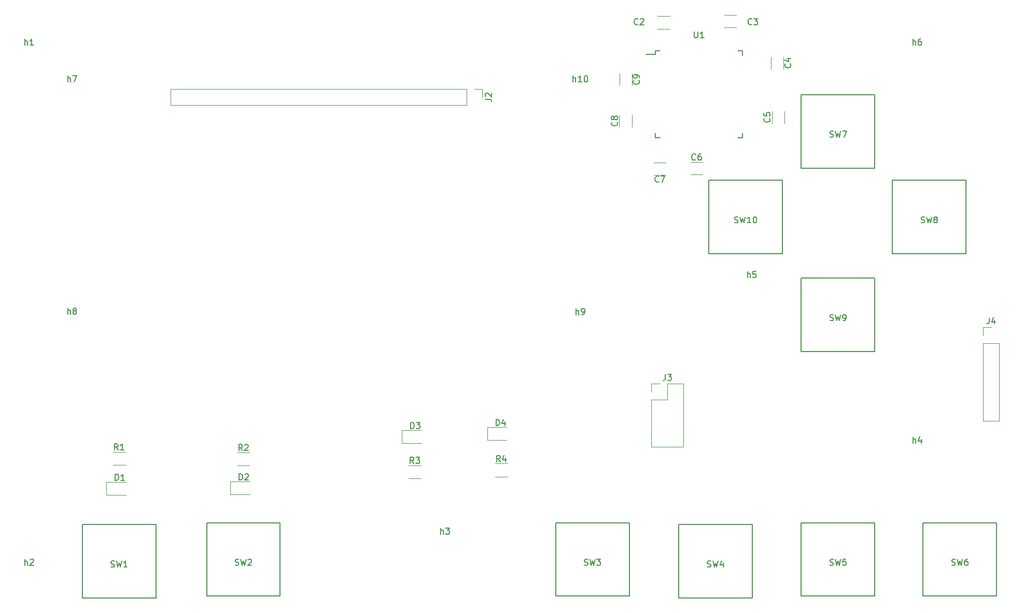
<source format=gto>
G04 #@! TF.GenerationSoftware,KiCad,Pcbnew,5.0.0-fee4fd1~66~ubuntu18.04.1*
G04 #@! TF.CreationDate,2018-09-21T09:17:30-04:00*
G04 #@! TF.ProjectId,FrontPanel,46726F6E7450616E656C2E6B69636164,rev?*
G04 #@! TF.SameCoordinates,Original*
G04 #@! TF.FileFunction,Legend,Top*
G04 #@! TF.FilePolarity,Positive*
%FSLAX46Y46*%
G04 Gerber Fmt 4.6, Leading zero omitted, Abs format (unit mm)*
G04 Created by KiCad (PCBNEW 5.0.0-fee4fd1~66~ubuntu18.04.1) date Fri Sep 21 09:17:30 2018*
%MOMM*%
%LPD*%
G01*
G04 APERTURE LIST*
%ADD10C,0.120000*%
%ADD11C,0.150000*%
G04 APERTURE END LIST*
D10*
G04 #@! TO.C,C2*
X174700000Y-43080000D02*
X172700000Y-43080000D01*
X172700000Y-45120000D02*
X174700000Y-45120000D01*
G04 #@! TO.C,C3*
X185600000Y-42880000D02*
X183600000Y-42880000D01*
X183600000Y-44920000D02*
X185600000Y-44920000D01*
G04 #@! TO.C,C4*
X193320000Y-51700000D02*
X193320000Y-49700000D01*
X191280000Y-49700000D02*
X191280000Y-51700000D01*
G04 #@! TO.C,C5*
X191380000Y-58600000D02*
X191380000Y-60600000D01*
X193420000Y-60600000D02*
X193420000Y-58600000D01*
G04 #@! TO.C,C6*
X180100000Y-66880000D02*
X178100000Y-66880000D01*
X178100000Y-68920000D02*
X180100000Y-68920000D01*
G04 #@! TO.C,C7*
X172100000Y-69020000D02*
X174100000Y-69020000D01*
X174100000Y-66980000D02*
X172100000Y-66980000D01*
G04 #@! TO.C,C8*
X166480000Y-59200000D02*
X166480000Y-61200000D01*
X168520000Y-61200000D02*
X168520000Y-59200000D01*
G04 #@! TO.C,C9*
X168570000Y-54400000D02*
X168570000Y-52400000D01*
X166530000Y-52400000D02*
X166530000Y-54400000D01*
G04 #@! TO.C,D1*
X82700000Y-119240000D02*
X82700000Y-121360000D01*
X85900000Y-119240000D02*
X82700000Y-119240000D01*
X82700000Y-121360000D02*
X85900000Y-121360000D01*
G04 #@! TO.C,D2*
X102950000Y-119190000D02*
X102950000Y-121310000D01*
X106150000Y-119190000D02*
X102950000Y-119190000D01*
X102950000Y-121310000D02*
X106150000Y-121310000D01*
G04 #@! TO.C,D3*
X130950000Y-110790000D02*
X130950000Y-112910000D01*
X134150000Y-110790000D02*
X130950000Y-110790000D01*
X130950000Y-112910000D02*
X134150000Y-112910000D01*
G04 #@! TO.C,D4*
X144900000Y-110290000D02*
X144900000Y-112410000D01*
X148100000Y-110290000D02*
X144900000Y-110290000D01*
X144900000Y-112410000D02*
X148100000Y-112410000D01*
G04 #@! TO.C,J2*
X93210000Y-54970000D02*
X93210000Y-57630000D01*
X141530000Y-54970000D02*
X93210000Y-54970000D01*
X141530000Y-57630000D02*
X93210000Y-57630000D01*
X141530000Y-54970000D02*
X141530000Y-57630000D01*
X142800000Y-54970000D02*
X144130000Y-54970000D01*
X144130000Y-54970000D02*
X144130000Y-56300000D01*
G04 #@! TO.C,R1*
X85800000Y-116470000D02*
X83800000Y-116470000D01*
X83800000Y-114330000D02*
X85800000Y-114330000D01*
G04 #@! TO.C,R2*
X106100000Y-116570000D02*
X104100000Y-116570000D01*
X104100000Y-114430000D02*
X106100000Y-114430000D01*
G04 #@! TO.C,R3*
X134100000Y-118670000D02*
X132100000Y-118670000D01*
X132100000Y-116530000D02*
X134100000Y-116530000D01*
G04 #@! TO.C,R4*
X148200000Y-118370000D02*
X146200000Y-118370000D01*
X146200000Y-116230000D02*
X148200000Y-116230000D01*
D11*
G04 #@! TO.C,SW1*
X78800000Y-126200000D02*
X90800000Y-126200000D01*
X90800000Y-126200000D02*
X90800000Y-138200000D01*
X90800000Y-138200000D02*
X78800000Y-138200000D01*
X78800000Y-138200000D02*
X78800000Y-126200000D01*
G04 #@! TO.C,SW2*
X99100000Y-125900000D02*
X111100000Y-125900000D01*
X111100000Y-125900000D02*
X111100000Y-137900000D01*
X111100000Y-137900000D02*
X99100000Y-137900000D01*
X99100000Y-137900000D02*
X99100000Y-125900000D01*
G04 #@! TO.C,SW3*
X156100000Y-125900000D02*
X168100000Y-125900000D01*
X168100000Y-125900000D02*
X168100000Y-137900000D01*
X168100000Y-137900000D02*
X156100000Y-137900000D01*
X156100000Y-137900000D02*
X156100000Y-125900000D01*
G04 #@! TO.C,SW4*
X176200000Y-126200000D02*
X188200000Y-126200000D01*
X188200000Y-126200000D02*
X188200000Y-138200000D01*
X188200000Y-138200000D02*
X176200000Y-138200000D01*
X176200000Y-138200000D02*
X176200000Y-126200000D01*
G04 #@! TO.C,SW5*
X196200000Y-125900000D02*
X208200000Y-125900000D01*
X208200000Y-125900000D02*
X208200000Y-137900000D01*
X208200000Y-137900000D02*
X196200000Y-137900000D01*
X196200000Y-137900000D02*
X196200000Y-125900000D01*
G04 #@! TO.C,SW6*
X216100000Y-125900000D02*
X228100000Y-125900000D01*
X228100000Y-125900000D02*
X228100000Y-137900000D01*
X228100000Y-137900000D02*
X216100000Y-137900000D01*
X216100000Y-137900000D02*
X216100000Y-125900000D01*
G04 #@! TO.C,SW7*
X196200000Y-55900000D02*
X208200000Y-55900000D01*
X208200000Y-55900000D02*
X208200000Y-67900000D01*
X208200000Y-67900000D02*
X196200000Y-67900000D01*
X196200000Y-67900000D02*
X196200000Y-55900000D01*
G04 #@! TO.C,SW8*
X211100000Y-69900000D02*
X223100000Y-69900000D01*
X223100000Y-69900000D02*
X223100000Y-81900000D01*
X223100000Y-81900000D02*
X211100000Y-81900000D01*
X211100000Y-81900000D02*
X211100000Y-69900000D01*
G04 #@! TO.C,SW9*
X196200000Y-85900000D02*
X208200000Y-85900000D01*
X208200000Y-85900000D02*
X208200000Y-97900000D01*
X208200000Y-97900000D02*
X196200000Y-97900000D01*
X196200000Y-97900000D02*
X196200000Y-85900000D01*
G04 #@! TO.C,SW10*
X181100000Y-69900000D02*
X193100000Y-69900000D01*
X193100000Y-69900000D02*
X193100000Y-81900000D01*
X193100000Y-81900000D02*
X181100000Y-81900000D01*
X181100000Y-81900000D02*
X181100000Y-69900000D01*
G04 #@! TO.C,U1*
X172375000Y-48675000D02*
X172375000Y-49325000D01*
X186625000Y-48675000D02*
X186625000Y-49435000D01*
X186625000Y-62925000D02*
X186625000Y-62165000D01*
X172375000Y-62925000D02*
X172375000Y-62165000D01*
X172375000Y-48675000D02*
X173135000Y-48675000D01*
X172375000Y-62925000D02*
X173135000Y-62925000D01*
X186625000Y-62925000D02*
X185865000Y-62925000D01*
X186625000Y-48675000D02*
X185865000Y-48675000D01*
X172375000Y-49325000D02*
X170850000Y-49325000D01*
D10*
G04 #@! TO.C,J4*
X225870000Y-109280000D02*
X228530000Y-109280000D01*
X225870000Y-96520000D02*
X225870000Y-109280000D01*
X228530000Y-96520000D02*
X228530000Y-109280000D01*
X225870000Y-96520000D02*
X228530000Y-96520000D01*
X225870000Y-95250000D02*
X225870000Y-93920000D01*
X225870000Y-93920000D02*
X227200000Y-93920000D01*
G04 #@! TO.C,J3*
X171720000Y-113450000D02*
X176920000Y-113450000D01*
X171720000Y-105770000D02*
X171720000Y-113450000D01*
X176920000Y-103170000D02*
X176920000Y-113450000D01*
X171720000Y-105770000D02*
X174320000Y-105770000D01*
X174320000Y-105770000D02*
X174320000Y-103170000D01*
X174320000Y-103170000D02*
X176920000Y-103170000D01*
X171720000Y-104500000D02*
X171720000Y-103170000D01*
X171720000Y-103170000D02*
X173050000Y-103170000D01*
G04 #@! TO.C,C2*
D11*
X169533333Y-44357142D02*
X169485714Y-44404761D01*
X169342857Y-44452380D01*
X169247619Y-44452380D01*
X169104761Y-44404761D01*
X169009523Y-44309523D01*
X168961904Y-44214285D01*
X168914285Y-44023809D01*
X168914285Y-43880952D01*
X168961904Y-43690476D01*
X169009523Y-43595238D01*
X169104761Y-43500000D01*
X169247619Y-43452380D01*
X169342857Y-43452380D01*
X169485714Y-43500000D01*
X169533333Y-43547619D01*
X169914285Y-43547619D02*
X169961904Y-43500000D01*
X170057142Y-43452380D01*
X170295238Y-43452380D01*
X170390476Y-43500000D01*
X170438095Y-43547619D01*
X170485714Y-43642857D01*
X170485714Y-43738095D01*
X170438095Y-43880952D01*
X169866666Y-44452380D01*
X170485714Y-44452380D01*
G04 #@! TO.C,C3*
X188133333Y-44357142D02*
X188085714Y-44404761D01*
X187942857Y-44452380D01*
X187847619Y-44452380D01*
X187704761Y-44404761D01*
X187609523Y-44309523D01*
X187561904Y-44214285D01*
X187514285Y-44023809D01*
X187514285Y-43880952D01*
X187561904Y-43690476D01*
X187609523Y-43595238D01*
X187704761Y-43500000D01*
X187847619Y-43452380D01*
X187942857Y-43452380D01*
X188085714Y-43500000D01*
X188133333Y-43547619D01*
X188466666Y-43452380D02*
X189085714Y-43452380D01*
X188752380Y-43833333D01*
X188895238Y-43833333D01*
X188990476Y-43880952D01*
X189038095Y-43928571D01*
X189085714Y-44023809D01*
X189085714Y-44261904D01*
X189038095Y-44357142D01*
X188990476Y-44404761D01*
X188895238Y-44452380D01*
X188609523Y-44452380D01*
X188514285Y-44404761D01*
X188466666Y-44357142D01*
G04 #@! TO.C,C4*
X194407142Y-50866666D02*
X194454761Y-50914285D01*
X194502380Y-51057142D01*
X194502380Y-51152380D01*
X194454761Y-51295238D01*
X194359523Y-51390476D01*
X194264285Y-51438095D01*
X194073809Y-51485714D01*
X193930952Y-51485714D01*
X193740476Y-51438095D01*
X193645238Y-51390476D01*
X193550000Y-51295238D01*
X193502380Y-51152380D01*
X193502380Y-51057142D01*
X193550000Y-50914285D01*
X193597619Y-50866666D01*
X193835714Y-50009523D02*
X194502380Y-50009523D01*
X193454761Y-50247619D02*
X194169047Y-50485714D01*
X194169047Y-49866666D01*
G04 #@! TO.C,C5*
X191007142Y-59766666D02*
X191054761Y-59814285D01*
X191102380Y-59957142D01*
X191102380Y-60052380D01*
X191054761Y-60195238D01*
X190959523Y-60290476D01*
X190864285Y-60338095D01*
X190673809Y-60385714D01*
X190530952Y-60385714D01*
X190340476Y-60338095D01*
X190245238Y-60290476D01*
X190150000Y-60195238D01*
X190102380Y-60052380D01*
X190102380Y-59957142D01*
X190150000Y-59814285D01*
X190197619Y-59766666D01*
X190102380Y-58861904D02*
X190102380Y-59338095D01*
X190578571Y-59385714D01*
X190530952Y-59338095D01*
X190483333Y-59242857D01*
X190483333Y-59004761D01*
X190530952Y-58909523D01*
X190578571Y-58861904D01*
X190673809Y-58814285D01*
X190911904Y-58814285D01*
X191007142Y-58861904D01*
X191054761Y-58909523D01*
X191102380Y-59004761D01*
X191102380Y-59242857D01*
X191054761Y-59338095D01*
X191007142Y-59385714D01*
G04 #@! TO.C,C6*
X178933333Y-66507142D02*
X178885714Y-66554761D01*
X178742857Y-66602380D01*
X178647619Y-66602380D01*
X178504761Y-66554761D01*
X178409523Y-66459523D01*
X178361904Y-66364285D01*
X178314285Y-66173809D01*
X178314285Y-66030952D01*
X178361904Y-65840476D01*
X178409523Y-65745238D01*
X178504761Y-65650000D01*
X178647619Y-65602380D01*
X178742857Y-65602380D01*
X178885714Y-65650000D01*
X178933333Y-65697619D01*
X179790476Y-65602380D02*
X179600000Y-65602380D01*
X179504761Y-65650000D01*
X179457142Y-65697619D01*
X179361904Y-65840476D01*
X179314285Y-66030952D01*
X179314285Y-66411904D01*
X179361904Y-66507142D01*
X179409523Y-66554761D01*
X179504761Y-66602380D01*
X179695238Y-66602380D01*
X179790476Y-66554761D01*
X179838095Y-66507142D01*
X179885714Y-66411904D01*
X179885714Y-66173809D01*
X179838095Y-66078571D01*
X179790476Y-66030952D01*
X179695238Y-65983333D01*
X179504761Y-65983333D01*
X179409523Y-66030952D01*
X179361904Y-66078571D01*
X179314285Y-66173809D01*
G04 #@! TO.C,C7*
X172933333Y-70107142D02*
X172885714Y-70154761D01*
X172742857Y-70202380D01*
X172647619Y-70202380D01*
X172504761Y-70154761D01*
X172409523Y-70059523D01*
X172361904Y-69964285D01*
X172314285Y-69773809D01*
X172314285Y-69630952D01*
X172361904Y-69440476D01*
X172409523Y-69345238D01*
X172504761Y-69250000D01*
X172647619Y-69202380D01*
X172742857Y-69202380D01*
X172885714Y-69250000D01*
X172933333Y-69297619D01*
X173266666Y-69202380D02*
X173933333Y-69202380D01*
X173504761Y-70202380D01*
G04 #@! TO.C,C8*
X166107142Y-60366666D02*
X166154761Y-60414285D01*
X166202380Y-60557142D01*
X166202380Y-60652380D01*
X166154761Y-60795238D01*
X166059523Y-60890476D01*
X165964285Y-60938095D01*
X165773809Y-60985714D01*
X165630952Y-60985714D01*
X165440476Y-60938095D01*
X165345238Y-60890476D01*
X165250000Y-60795238D01*
X165202380Y-60652380D01*
X165202380Y-60557142D01*
X165250000Y-60414285D01*
X165297619Y-60366666D01*
X165630952Y-59795238D02*
X165583333Y-59890476D01*
X165535714Y-59938095D01*
X165440476Y-59985714D01*
X165392857Y-59985714D01*
X165297619Y-59938095D01*
X165250000Y-59890476D01*
X165202380Y-59795238D01*
X165202380Y-59604761D01*
X165250000Y-59509523D01*
X165297619Y-59461904D01*
X165392857Y-59414285D01*
X165440476Y-59414285D01*
X165535714Y-59461904D01*
X165583333Y-59509523D01*
X165630952Y-59604761D01*
X165630952Y-59795238D01*
X165678571Y-59890476D01*
X165726190Y-59938095D01*
X165821428Y-59985714D01*
X166011904Y-59985714D01*
X166107142Y-59938095D01*
X166154761Y-59890476D01*
X166202380Y-59795238D01*
X166202380Y-59604761D01*
X166154761Y-59509523D01*
X166107142Y-59461904D01*
X166011904Y-59414285D01*
X165821428Y-59414285D01*
X165726190Y-59461904D01*
X165678571Y-59509523D01*
X165630952Y-59604761D01*
G04 #@! TO.C,C9*
X169657142Y-53566666D02*
X169704761Y-53614285D01*
X169752380Y-53757142D01*
X169752380Y-53852380D01*
X169704761Y-53995238D01*
X169609523Y-54090476D01*
X169514285Y-54138095D01*
X169323809Y-54185714D01*
X169180952Y-54185714D01*
X168990476Y-54138095D01*
X168895238Y-54090476D01*
X168800000Y-53995238D01*
X168752380Y-53852380D01*
X168752380Y-53757142D01*
X168800000Y-53614285D01*
X168847619Y-53566666D01*
X169752380Y-53090476D02*
X169752380Y-52900000D01*
X169704761Y-52804761D01*
X169657142Y-52757142D01*
X169514285Y-52661904D01*
X169323809Y-52614285D01*
X168942857Y-52614285D01*
X168847619Y-52661904D01*
X168800000Y-52709523D01*
X168752380Y-52804761D01*
X168752380Y-52995238D01*
X168800000Y-53090476D01*
X168847619Y-53138095D01*
X168942857Y-53185714D01*
X169180952Y-53185714D01*
X169276190Y-53138095D01*
X169323809Y-53090476D01*
X169371428Y-52995238D01*
X169371428Y-52804761D01*
X169323809Y-52709523D01*
X169276190Y-52661904D01*
X169180952Y-52614285D01*
G04 #@! TO.C,D1*
X84161904Y-118952380D02*
X84161904Y-117952380D01*
X84400000Y-117952380D01*
X84542857Y-118000000D01*
X84638095Y-118095238D01*
X84685714Y-118190476D01*
X84733333Y-118380952D01*
X84733333Y-118523809D01*
X84685714Y-118714285D01*
X84638095Y-118809523D01*
X84542857Y-118904761D01*
X84400000Y-118952380D01*
X84161904Y-118952380D01*
X85685714Y-118952380D02*
X85114285Y-118952380D01*
X85400000Y-118952380D02*
X85400000Y-117952380D01*
X85304761Y-118095238D01*
X85209523Y-118190476D01*
X85114285Y-118238095D01*
G04 #@! TO.C,D2*
X104411904Y-118902380D02*
X104411904Y-117902380D01*
X104650000Y-117902380D01*
X104792857Y-117950000D01*
X104888095Y-118045238D01*
X104935714Y-118140476D01*
X104983333Y-118330952D01*
X104983333Y-118473809D01*
X104935714Y-118664285D01*
X104888095Y-118759523D01*
X104792857Y-118854761D01*
X104650000Y-118902380D01*
X104411904Y-118902380D01*
X105364285Y-117997619D02*
X105411904Y-117950000D01*
X105507142Y-117902380D01*
X105745238Y-117902380D01*
X105840476Y-117950000D01*
X105888095Y-117997619D01*
X105935714Y-118092857D01*
X105935714Y-118188095D01*
X105888095Y-118330952D01*
X105316666Y-118902380D01*
X105935714Y-118902380D01*
G04 #@! TO.C,D3*
X132411904Y-110502380D02*
X132411904Y-109502380D01*
X132650000Y-109502380D01*
X132792857Y-109550000D01*
X132888095Y-109645238D01*
X132935714Y-109740476D01*
X132983333Y-109930952D01*
X132983333Y-110073809D01*
X132935714Y-110264285D01*
X132888095Y-110359523D01*
X132792857Y-110454761D01*
X132650000Y-110502380D01*
X132411904Y-110502380D01*
X133316666Y-109502380D02*
X133935714Y-109502380D01*
X133602380Y-109883333D01*
X133745238Y-109883333D01*
X133840476Y-109930952D01*
X133888095Y-109978571D01*
X133935714Y-110073809D01*
X133935714Y-110311904D01*
X133888095Y-110407142D01*
X133840476Y-110454761D01*
X133745238Y-110502380D01*
X133459523Y-110502380D01*
X133364285Y-110454761D01*
X133316666Y-110407142D01*
G04 #@! TO.C,D4*
X146361904Y-110002380D02*
X146361904Y-109002380D01*
X146600000Y-109002380D01*
X146742857Y-109050000D01*
X146838095Y-109145238D01*
X146885714Y-109240476D01*
X146933333Y-109430952D01*
X146933333Y-109573809D01*
X146885714Y-109764285D01*
X146838095Y-109859523D01*
X146742857Y-109954761D01*
X146600000Y-110002380D01*
X146361904Y-110002380D01*
X147790476Y-109335714D02*
X147790476Y-110002380D01*
X147552380Y-108954761D02*
X147314285Y-109669047D01*
X147933333Y-109669047D01*
G04 #@! TO.C,J2*
X144582380Y-56633333D02*
X145296666Y-56633333D01*
X145439523Y-56680952D01*
X145534761Y-56776190D01*
X145582380Y-56919047D01*
X145582380Y-57014285D01*
X144677619Y-56204761D02*
X144630000Y-56157142D01*
X144582380Y-56061904D01*
X144582380Y-55823809D01*
X144630000Y-55728571D01*
X144677619Y-55680952D01*
X144772857Y-55633333D01*
X144868095Y-55633333D01*
X145010952Y-55680952D01*
X145582380Y-56252380D01*
X145582380Y-55633333D01*
G04 #@! TO.C,R1*
X84633333Y-114002380D02*
X84300000Y-113526190D01*
X84061904Y-114002380D02*
X84061904Y-113002380D01*
X84442857Y-113002380D01*
X84538095Y-113050000D01*
X84585714Y-113097619D01*
X84633333Y-113192857D01*
X84633333Y-113335714D01*
X84585714Y-113430952D01*
X84538095Y-113478571D01*
X84442857Y-113526190D01*
X84061904Y-113526190D01*
X85585714Y-114002380D02*
X85014285Y-114002380D01*
X85300000Y-114002380D02*
X85300000Y-113002380D01*
X85204761Y-113145238D01*
X85109523Y-113240476D01*
X85014285Y-113288095D01*
G04 #@! TO.C,R2*
X104933333Y-114102380D02*
X104600000Y-113626190D01*
X104361904Y-114102380D02*
X104361904Y-113102380D01*
X104742857Y-113102380D01*
X104838095Y-113150000D01*
X104885714Y-113197619D01*
X104933333Y-113292857D01*
X104933333Y-113435714D01*
X104885714Y-113530952D01*
X104838095Y-113578571D01*
X104742857Y-113626190D01*
X104361904Y-113626190D01*
X105314285Y-113197619D02*
X105361904Y-113150000D01*
X105457142Y-113102380D01*
X105695238Y-113102380D01*
X105790476Y-113150000D01*
X105838095Y-113197619D01*
X105885714Y-113292857D01*
X105885714Y-113388095D01*
X105838095Y-113530952D01*
X105266666Y-114102380D01*
X105885714Y-114102380D01*
G04 #@! TO.C,R3*
X132933333Y-116202380D02*
X132600000Y-115726190D01*
X132361904Y-116202380D02*
X132361904Y-115202380D01*
X132742857Y-115202380D01*
X132838095Y-115250000D01*
X132885714Y-115297619D01*
X132933333Y-115392857D01*
X132933333Y-115535714D01*
X132885714Y-115630952D01*
X132838095Y-115678571D01*
X132742857Y-115726190D01*
X132361904Y-115726190D01*
X133266666Y-115202380D02*
X133885714Y-115202380D01*
X133552380Y-115583333D01*
X133695238Y-115583333D01*
X133790476Y-115630952D01*
X133838095Y-115678571D01*
X133885714Y-115773809D01*
X133885714Y-116011904D01*
X133838095Y-116107142D01*
X133790476Y-116154761D01*
X133695238Y-116202380D01*
X133409523Y-116202380D01*
X133314285Y-116154761D01*
X133266666Y-116107142D01*
G04 #@! TO.C,R4*
X147033333Y-115902380D02*
X146700000Y-115426190D01*
X146461904Y-115902380D02*
X146461904Y-114902380D01*
X146842857Y-114902380D01*
X146938095Y-114950000D01*
X146985714Y-114997619D01*
X147033333Y-115092857D01*
X147033333Y-115235714D01*
X146985714Y-115330952D01*
X146938095Y-115378571D01*
X146842857Y-115426190D01*
X146461904Y-115426190D01*
X147890476Y-115235714D02*
X147890476Y-115902380D01*
X147652380Y-114854761D02*
X147414285Y-115569047D01*
X148033333Y-115569047D01*
G04 #@! TO.C,SW1*
X83466666Y-133104761D02*
X83609523Y-133152380D01*
X83847619Y-133152380D01*
X83942857Y-133104761D01*
X83990476Y-133057142D01*
X84038095Y-132961904D01*
X84038095Y-132866666D01*
X83990476Y-132771428D01*
X83942857Y-132723809D01*
X83847619Y-132676190D01*
X83657142Y-132628571D01*
X83561904Y-132580952D01*
X83514285Y-132533333D01*
X83466666Y-132438095D01*
X83466666Y-132342857D01*
X83514285Y-132247619D01*
X83561904Y-132200000D01*
X83657142Y-132152380D01*
X83895238Y-132152380D01*
X84038095Y-132200000D01*
X84371428Y-132152380D02*
X84609523Y-133152380D01*
X84800000Y-132438095D01*
X84990476Y-133152380D01*
X85228571Y-132152380D01*
X86133333Y-133152380D02*
X85561904Y-133152380D01*
X85847619Y-133152380D02*
X85847619Y-132152380D01*
X85752380Y-132295238D01*
X85657142Y-132390476D01*
X85561904Y-132438095D01*
G04 #@! TO.C,SW2*
X103766666Y-132804761D02*
X103909523Y-132852380D01*
X104147619Y-132852380D01*
X104242857Y-132804761D01*
X104290476Y-132757142D01*
X104338095Y-132661904D01*
X104338095Y-132566666D01*
X104290476Y-132471428D01*
X104242857Y-132423809D01*
X104147619Y-132376190D01*
X103957142Y-132328571D01*
X103861904Y-132280952D01*
X103814285Y-132233333D01*
X103766666Y-132138095D01*
X103766666Y-132042857D01*
X103814285Y-131947619D01*
X103861904Y-131900000D01*
X103957142Y-131852380D01*
X104195238Y-131852380D01*
X104338095Y-131900000D01*
X104671428Y-131852380D02*
X104909523Y-132852380D01*
X105100000Y-132138095D01*
X105290476Y-132852380D01*
X105528571Y-131852380D01*
X105861904Y-131947619D02*
X105909523Y-131900000D01*
X106004761Y-131852380D01*
X106242857Y-131852380D01*
X106338095Y-131900000D01*
X106385714Y-131947619D01*
X106433333Y-132042857D01*
X106433333Y-132138095D01*
X106385714Y-132280952D01*
X105814285Y-132852380D01*
X106433333Y-132852380D01*
G04 #@! TO.C,SW3*
X160766666Y-132804761D02*
X160909523Y-132852380D01*
X161147619Y-132852380D01*
X161242857Y-132804761D01*
X161290476Y-132757142D01*
X161338095Y-132661904D01*
X161338095Y-132566666D01*
X161290476Y-132471428D01*
X161242857Y-132423809D01*
X161147619Y-132376190D01*
X160957142Y-132328571D01*
X160861904Y-132280952D01*
X160814285Y-132233333D01*
X160766666Y-132138095D01*
X160766666Y-132042857D01*
X160814285Y-131947619D01*
X160861904Y-131900000D01*
X160957142Y-131852380D01*
X161195238Y-131852380D01*
X161338095Y-131900000D01*
X161671428Y-131852380D02*
X161909523Y-132852380D01*
X162100000Y-132138095D01*
X162290476Y-132852380D01*
X162528571Y-131852380D01*
X162814285Y-131852380D02*
X163433333Y-131852380D01*
X163100000Y-132233333D01*
X163242857Y-132233333D01*
X163338095Y-132280952D01*
X163385714Y-132328571D01*
X163433333Y-132423809D01*
X163433333Y-132661904D01*
X163385714Y-132757142D01*
X163338095Y-132804761D01*
X163242857Y-132852380D01*
X162957142Y-132852380D01*
X162861904Y-132804761D01*
X162814285Y-132757142D01*
G04 #@! TO.C,SW4*
X180866666Y-133104761D02*
X181009523Y-133152380D01*
X181247619Y-133152380D01*
X181342857Y-133104761D01*
X181390476Y-133057142D01*
X181438095Y-132961904D01*
X181438095Y-132866666D01*
X181390476Y-132771428D01*
X181342857Y-132723809D01*
X181247619Y-132676190D01*
X181057142Y-132628571D01*
X180961904Y-132580952D01*
X180914285Y-132533333D01*
X180866666Y-132438095D01*
X180866666Y-132342857D01*
X180914285Y-132247619D01*
X180961904Y-132200000D01*
X181057142Y-132152380D01*
X181295238Y-132152380D01*
X181438095Y-132200000D01*
X181771428Y-132152380D02*
X182009523Y-133152380D01*
X182200000Y-132438095D01*
X182390476Y-133152380D01*
X182628571Y-132152380D01*
X183438095Y-132485714D02*
X183438095Y-133152380D01*
X183200000Y-132104761D02*
X182961904Y-132819047D01*
X183580952Y-132819047D01*
G04 #@! TO.C,SW5*
X200866666Y-132804761D02*
X201009523Y-132852380D01*
X201247619Y-132852380D01*
X201342857Y-132804761D01*
X201390476Y-132757142D01*
X201438095Y-132661904D01*
X201438095Y-132566666D01*
X201390476Y-132471428D01*
X201342857Y-132423809D01*
X201247619Y-132376190D01*
X201057142Y-132328571D01*
X200961904Y-132280952D01*
X200914285Y-132233333D01*
X200866666Y-132138095D01*
X200866666Y-132042857D01*
X200914285Y-131947619D01*
X200961904Y-131900000D01*
X201057142Y-131852380D01*
X201295238Y-131852380D01*
X201438095Y-131900000D01*
X201771428Y-131852380D02*
X202009523Y-132852380D01*
X202200000Y-132138095D01*
X202390476Y-132852380D01*
X202628571Y-131852380D01*
X203485714Y-131852380D02*
X203009523Y-131852380D01*
X202961904Y-132328571D01*
X203009523Y-132280952D01*
X203104761Y-132233333D01*
X203342857Y-132233333D01*
X203438095Y-132280952D01*
X203485714Y-132328571D01*
X203533333Y-132423809D01*
X203533333Y-132661904D01*
X203485714Y-132757142D01*
X203438095Y-132804761D01*
X203342857Y-132852380D01*
X203104761Y-132852380D01*
X203009523Y-132804761D01*
X202961904Y-132757142D01*
G04 #@! TO.C,SW6*
X220766666Y-132804761D02*
X220909523Y-132852380D01*
X221147619Y-132852380D01*
X221242857Y-132804761D01*
X221290476Y-132757142D01*
X221338095Y-132661904D01*
X221338095Y-132566666D01*
X221290476Y-132471428D01*
X221242857Y-132423809D01*
X221147619Y-132376190D01*
X220957142Y-132328571D01*
X220861904Y-132280952D01*
X220814285Y-132233333D01*
X220766666Y-132138095D01*
X220766666Y-132042857D01*
X220814285Y-131947619D01*
X220861904Y-131900000D01*
X220957142Y-131852380D01*
X221195238Y-131852380D01*
X221338095Y-131900000D01*
X221671428Y-131852380D02*
X221909523Y-132852380D01*
X222100000Y-132138095D01*
X222290476Y-132852380D01*
X222528571Y-131852380D01*
X223338095Y-131852380D02*
X223147619Y-131852380D01*
X223052380Y-131900000D01*
X223004761Y-131947619D01*
X222909523Y-132090476D01*
X222861904Y-132280952D01*
X222861904Y-132661904D01*
X222909523Y-132757142D01*
X222957142Y-132804761D01*
X223052380Y-132852380D01*
X223242857Y-132852380D01*
X223338095Y-132804761D01*
X223385714Y-132757142D01*
X223433333Y-132661904D01*
X223433333Y-132423809D01*
X223385714Y-132328571D01*
X223338095Y-132280952D01*
X223242857Y-132233333D01*
X223052380Y-132233333D01*
X222957142Y-132280952D01*
X222909523Y-132328571D01*
X222861904Y-132423809D01*
G04 #@! TO.C,SW7*
X200866666Y-62804761D02*
X201009523Y-62852380D01*
X201247619Y-62852380D01*
X201342857Y-62804761D01*
X201390476Y-62757142D01*
X201438095Y-62661904D01*
X201438095Y-62566666D01*
X201390476Y-62471428D01*
X201342857Y-62423809D01*
X201247619Y-62376190D01*
X201057142Y-62328571D01*
X200961904Y-62280952D01*
X200914285Y-62233333D01*
X200866666Y-62138095D01*
X200866666Y-62042857D01*
X200914285Y-61947619D01*
X200961904Y-61900000D01*
X201057142Y-61852380D01*
X201295238Y-61852380D01*
X201438095Y-61900000D01*
X201771428Y-61852380D02*
X202009523Y-62852380D01*
X202200000Y-62138095D01*
X202390476Y-62852380D01*
X202628571Y-61852380D01*
X202914285Y-61852380D02*
X203580952Y-61852380D01*
X203152380Y-62852380D01*
G04 #@! TO.C,SW8*
X215766666Y-76804761D02*
X215909523Y-76852380D01*
X216147619Y-76852380D01*
X216242857Y-76804761D01*
X216290476Y-76757142D01*
X216338095Y-76661904D01*
X216338095Y-76566666D01*
X216290476Y-76471428D01*
X216242857Y-76423809D01*
X216147619Y-76376190D01*
X215957142Y-76328571D01*
X215861904Y-76280952D01*
X215814285Y-76233333D01*
X215766666Y-76138095D01*
X215766666Y-76042857D01*
X215814285Y-75947619D01*
X215861904Y-75900000D01*
X215957142Y-75852380D01*
X216195238Y-75852380D01*
X216338095Y-75900000D01*
X216671428Y-75852380D02*
X216909523Y-76852380D01*
X217100000Y-76138095D01*
X217290476Y-76852380D01*
X217528571Y-75852380D01*
X218052380Y-76280952D02*
X217957142Y-76233333D01*
X217909523Y-76185714D01*
X217861904Y-76090476D01*
X217861904Y-76042857D01*
X217909523Y-75947619D01*
X217957142Y-75900000D01*
X218052380Y-75852380D01*
X218242857Y-75852380D01*
X218338095Y-75900000D01*
X218385714Y-75947619D01*
X218433333Y-76042857D01*
X218433333Y-76090476D01*
X218385714Y-76185714D01*
X218338095Y-76233333D01*
X218242857Y-76280952D01*
X218052380Y-76280952D01*
X217957142Y-76328571D01*
X217909523Y-76376190D01*
X217861904Y-76471428D01*
X217861904Y-76661904D01*
X217909523Y-76757142D01*
X217957142Y-76804761D01*
X218052380Y-76852380D01*
X218242857Y-76852380D01*
X218338095Y-76804761D01*
X218385714Y-76757142D01*
X218433333Y-76661904D01*
X218433333Y-76471428D01*
X218385714Y-76376190D01*
X218338095Y-76328571D01*
X218242857Y-76280952D01*
G04 #@! TO.C,SW9*
X200866666Y-92804761D02*
X201009523Y-92852380D01*
X201247619Y-92852380D01*
X201342857Y-92804761D01*
X201390476Y-92757142D01*
X201438095Y-92661904D01*
X201438095Y-92566666D01*
X201390476Y-92471428D01*
X201342857Y-92423809D01*
X201247619Y-92376190D01*
X201057142Y-92328571D01*
X200961904Y-92280952D01*
X200914285Y-92233333D01*
X200866666Y-92138095D01*
X200866666Y-92042857D01*
X200914285Y-91947619D01*
X200961904Y-91900000D01*
X201057142Y-91852380D01*
X201295238Y-91852380D01*
X201438095Y-91900000D01*
X201771428Y-91852380D02*
X202009523Y-92852380D01*
X202200000Y-92138095D01*
X202390476Y-92852380D01*
X202628571Y-91852380D01*
X203057142Y-92852380D02*
X203247619Y-92852380D01*
X203342857Y-92804761D01*
X203390476Y-92757142D01*
X203485714Y-92614285D01*
X203533333Y-92423809D01*
X203533333Y-92042857D01*
X203485714Y-91947619D01*
X203438095Y-91900000D01*
X203342857Y-91852380D01*
X203152380Y-91852380D01*
X203057142Y-91900000D01*
X203009523Y-91947619D01*
X202961904Y-92042857D01*
X202961904Y-92280952D01*
X203009523Y-92376190D01*
X203057142Y-92423809D01*
X203152380Y-92471428D01*
X203342857Y-92471428D01*
X203438095Y-92423809D01*
X203485714Y-92376190D01*
X203533333Y-92280952D01*
G04 #@! TO.C,SW10*
X185290476Y-76804761D02*
X185433333Y-76852380D01*
X185671428Y-76852380D01*
X185766666Y-76804761D01*
X185814285Y-76757142D01*
X185861904Y-76661904D01*
X185861904Y-76566666D01*
X185814285Y-76471428D01*
X185766666Y-76423809D01*
X185671428Y-76376190D01*
X185480952Y-76328571D01*
X185385714Y-76280952D01*
X185338095Y-76233333D01*
X185290476Y-76138095D01*
X185290476Y-76042857D01*
X185338095Y-75947619D01*
X185385714Y-75900000D01*
X185480952Y-75852380D01*
X185719047Y-75852380D01*
X185861904Y-75900000D01*
X186195238Y-75852380D02*
X186433333Y-76852380D01*
X186623809Y-76138095D01*
X186814285Y-76852380D01*
X187052380Y-75852380D01*
X187957142Y-76852380D02*
X187385714Y-76852380D01*
X187671428Y-76852380D02*
X187671428Y-75852380D01*
X187576190Y-75995238D01*
X187480952Y-76090476D01*
X187385714Y-76138095D01*
X188576190Y-75852380D02*
X188671428Y-75852380D01*
X188766666Y-75900000D01*
X188814285Y-75947619D01*
X188861904Y-76042857D01*
X188909523Y-76233333D01*
X188909523Y-76471428D01*
X188861904Y-76661904D01*
X188814285Y-76757142D01*
X188766666Y-76804761D01*
X188671428Y-76852380D01*
X188576190Y-76852380D01*
X188480952Y-76804761D01*
X188433333Y-76757142D01*
X188385714Y-76661904D01*
X188338095Y-76471428D01*
X188338095Y-76233333D01*
X188385714Y-76042857D01*
X188433333Y-75947619D01*
X188480952Y-75900000D01*
X188576190Y-75852380D01*
G04 #@! TO.C,U1*
X178738095Y-45602380D02*
X178738095Y-46411904D01*
X178785714Y-46507142D01*
X178833333Y-46554761D01*
X178928571Y-46602380D01*
X179119047Y-46602380D01*
X179214285Y-46554761D01*
X179261904Y-46507142D01*
X179309523Y-46411904D01*
X179309523Y-45602380D01*
X180309523Y-46602380D02*
X179738095Y-46602380D01*
X180023809Y-46602380D02*
X180023809Y-45602380D01*
X179928571Y-45745238D01*
X179833333Y-45840476D01*
X179738095Y-45888095D01*
G04 #@! TO.C,J4*
X226866666Y-92372380D02*
X226866666Y-93086666D01*
X226819047Y-93229523D01*
X226723809Y-93324761D01*
X226580952Y-93372380D01*
X226485714Y-93372380D01*
X227771428Y-92705714D02*
X227771428Y-93372380D01*
X227533333Y-92324761D02*
X227295238Y-93039047D01*
X227914285Y-93039047D01*
G04 #@! TO.C,h2*
X69409523Y-132852380D02*
X69409523Y-131852380D01*
X69838095Y-132852380D02*
X69838095Y-132328571D01*
X69790476Y-132233333D01*
X69695238Y-132185714D01*
X69552380Y-132185714D01*
X69457142Y-132233333D01*
X69409523Y-132280952D01*
X70266666Y-131947619D02*
X70314285Y-131900000D01*
X70409523Y-131852380D01*
X70647619Y-131852380D01*
X70742857Y-131900000D01*
X70790476Y-131947619D01*
X70838095Y-132042857D01*
X70838095Y-132138095D01*
X70790476Y-132280952D01*
X70219047Y-132852380D01*
X70838095Y-132852380D01*
G04 #@! TO.C,h1*
X69409523Y-47802380D02*
X69409523Y-46802380D01*
X69838095Y-47802380D02*
X69838095Y-47278571D01*
X69790476Y-47183333D01*
X69695238Y-47135714D01*
X69552380Y-47135714D01*
X69457142Y-47183333D01*
X69409523Y-47230952D01*
X70838095Y-47802380D02*
X70266666Y-47802380D01*
X70552380Y-47802380D02*
X70552380Y-46802380D01*
X70457142Y-46945238D01*
X70361904Y-47040476D01*
X70266666Y-47088095D01*
G04 #@! TO.C,h4*
X214459523Y-112852380D02*
X214459523Y-111852380D01*
X214888095Y-112852380D02*
X214888095Y-112328571D01*
X214840476Y-112233333D01*
X214745238Y-112185714D01*
X214602380Y-112185714D01*
X214507142Y-112233333D01*
X214459523Y-112280952D01*
X215792857Y-112185714D02*
X215792857Y-112852380D01*
X215554761Y-111804761D02*
X215316666Y-112519047D01*
X215935714Y-112519047D01*
G04 #@! TO.C,h5*
X187409523Y-85802380D02*
X187409523Y-84802380D01*
X187838095Y-85802380D02*
X187838095Y-85278571D01*
X187790476Y-85183333D01*
X187695238Y-85135714D01*
X187552380Y-85135714D01*
X187457142Y-85183333D01*
X187409523Y-85230952D01*
X188790476Y-84802380D02*
X188314285Y-84802380D01*
X188266666Y-85278571D01*
X188314285Y-85230952D01*
X188409523Y-85183333D01*
X188647619Y-85183333D01*
X188742857Y-85230952D01*
X188790476Y-85278571D01*
X188838095Y-85373809D01*
X188838095Y-85611904D01*
X188790476Y-85707142D01*
X188742857Y-85754761D01*
X188647619Y-85802380D01*
X188409523Y-85802380D01*
X188314285Y-85754761D01*
X188266666Y-85707142D01*
G04 #@! TO.C,h6*
X214409523Y-47802380D02*
X214409523Y-46802380D01*
X214838095Y-47802380D02*
X214838095Y-47278571D01*
X214790476Y-47183333D01*
X214695238Y-47135714D01*
X214552380Y-47135714D01*
X214457142Y-47183333D01*
X214409523Y-47230952D01*
X215742857Y-46802380D02*
X215552380Y-46802380D01*
X215457142Y-46850000D01*
X215409523Y-46897619D01*
X215314285Y-47040476D01*
X215266666Y-47230952D01*
X215266666Y-47611904D01*
X215314285Y-47707142D01*
X215361904Y-47754761D01*
X215457142Y-47802380D01*
X215647619Y-47802380D01*
X215742857Y-47754761D01*
X215790476Y-47707142D01*
X215838095Y-47611904D01*
X215838095Y-47373809D01*
X215790476Y-47278571D01*
X215742857Y-47230952D01*
X215647619Y-47183333D01*
X215457142Y-47183333D01*
X215361904Y-47230952D01*
X215314285Y-47278571D01*
X215266666Y-47373809D01*
G04 #@! TO.C,h3*
X137309523Y-127752380D02*
X137309523Y-126752380D01*
X137738095Y-127752380D02*
X137738095Y-127228571D01*
X137690476Y-127133333D01*
X137595238Y-127085714D01*
X137452380Y-127085714D01*
X137357142Y-127133333D01*
X137309523Y-127180952D01*
X138119047Y-126752380D02*
X138738095Y-126752380D01*
X138404761Y-127133333D01*
X138547619Y-127133333D01*
X138642857Y-127180952D01*
X138690476Y-127228571D01*
X138738095Y-127323809D01*
X138738095Y-127561904D01*
X138690476Y-127657142D01*
X138642857Y-127704761D01*
X138547619Y-127752380D01*
X138261904Y-127752380D01*
X138166666Y-127704761D01*
X138119047Y-127657142D01*
G04 #@! TO.C,h9*
X159409523Y-91852380D02*
X159409523Y-90852380D01*
X159838095Y-91852380D02*
X159838095Y-91328571D01*
X159790476Y-91233333D01*
X159695238Y-91185714D01*
X159552380Y-91185714D01*
X159457142Y-91233333D01*
X159409523Y-91280952D01*
X160361904Y-91852380D02*
X160552380Y-91852380D01*
X160647619Y-91804761D01*
X160695238Y-91757142D01*
X160790476Y-91614285D01*
X160838095Y-91423809D01*
X160838095Y-91042857D01*
X160790476Y-90947619D01*
X160742857Y-90900000D01*
X160647619Y-90852380D01*
X160457142Y-90852380D01*
X160361904Y-90900000D01*
X160314285Y-90947619D01*
X160266666Y-91042857D01*
X160266666Y-91280952D01*
X160314285Y-91376190D01*
X160361904Y-91423809D01*
X160457142Y-91471428D01*
X160647619Y-91471428D01*
X160742857Y-91423809D01*
X160790476Y-91376190D01*
X160838095Y-91280952D01*
G04 #@! TO.C,h10*
X158933333Y-53802380D02*
X158933333Y-52802380D01*
X159361904Y-53802380D02*
X159361904Y-53278571D01*
X159314285Y-53183333D01*
X159219047Y-53135714D01*
X159076190Y-53135714D01*
X158980952Y-53183333D01*
X158933333Y-53230952D01*
X160361904Y-53802380D02*
X159790476Y-53802380D01*
X160076190Y-53802380D02*
X160076190Y-52802380D01*
X159980952Y-52945238D01*
X159885714Y-53040476D01*
X159790476Y-53088095D01*
X160980952Y-52802380D02*
X161076190Y-52802380D01*
X161171428Y-52850000D01*
X161219047Y-52897619D01*
X161266666Y-52992857D01*
X161314285Y-53183333D01*
X161314285Y-53421428D01*
X161266666Y-53611904D01*
X161219047Y-53707142D01*
X161171428Y-53754761D01*
X161076190Y-53802380D01*
X160980952Y-53802380D01*
X160885714Y-53754761D01*
X160838095Y-53707142D01*
X160790476Y-53611904D01*
X160742857Y-53421428D01*
X160742857Y-53183333D01*
X160790476Y-52992857D01*
X160838095Y-52897619D01*
X160885714Y-52850000D01*
X160980952Y-52802380D01*
G04 #@! TO.C,h7*
X76409523Y-53802380D02*
X76409523Y-52802380D01*
X76838095Y-53802380D02*
X76838095Y-53278571D01*
X76790476Y-53183333D01*
X76695238Y-53135714D01*
X76552380Y-53135714D01*
X76457142Y-53183333D01*
X76409523Y-53230952D01*
X77219047Y-52802380D02*
X77885714Y-52802380D01*
X77457142Y-53802380D01*
G04 #@! TO.C,h8*
X76409523Y-91802380D02*
X76409523Y-90802380D01*
X76838095Y-91802380D02*
X76838095Y-91278571D01*
X76790476Y-91183333D01*
X76695238Y-91135714D01*
X76552380Y-91135714D01*
X76457142Y-91183333D01*
X76409523Y-91230952D01*
X77457142Y-91230952D02*
X77361904Y-91183333D01*
X77314285Y-91135714D01*
X77266666Y-91040476D01*
X77266666Y-90992857D01*
X77314285Y-90897619D01*
X77361904Y-90850000D01*
X77457142Y-90802380D01*
X77647619Y-90802380D01*
X77742857Y-90850000D01*
X77790476Y-90897619D01*
X77838095Y-90992857D01*
X77838095Y-91040476D01*
X77790476Y-91135714D01*
X77742857Y-91183333D01*
X77647619Y-91230952D01*
X77457142Y-91230952D01*
X77361904Y-91278571D01*
X77314285Y-91326190D01*
X77266666Y-91421428D01*
X77266666Y-91611904D01*
X77314285Y-91707142D01*
X77361904Y-91754761D01*
X77457142Y-91802380D01*
X77647619Y-91802380D01*
X77742857Y-91754761D01*
X77790476Y-91707142D01*
X77838095Y-91611904D01*
X77838095Y-91421428D01*
X77790476Y-91326190D01*
X77742857Y-91278571D01*
X77647619Y-91230952D01*
G04 #@! TO.C,J3*
X173986666Y-101622380D02*
X173986666Y-102336666D01*
X173939047Y-102479523D01*
X173843809Y-102574761D01*
X173700952Y-102622380D01*
X173605714Y-102622380D01*
X174367619Y-101622380D02*
X174986666Y-101622380D01*
X174653333Y-102003333D01*
X174796190Y-102003333D01*
X174891428Y-102050952D01*
X174939047Y-102098571D01*
X174986666Y-102193809D01*
X174986666Y-102431904D01*
X174939047Y-102527142D01*
X174891428Y-102574761D01*
X174796190Y-102622380D01*
X174510476Y-102622380D01*
X174415238Y-102574761D01*
X174367619Y-102527142D01*
G04 #@! TD*
M02*

</source>
